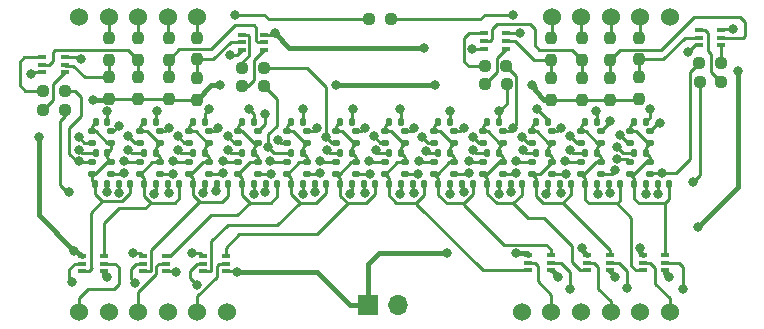
<source format=gbr>
%TF.GenerationSoftware,KiCad,Pcbnew,7.99.0-3564-gbeb917e572-dirty*%
%TF.CreationDate,2023-11-16T20:45:22+00:00*%
%TF.ProjectId,VFD Replacement,56464420-5265-4706-9c61-63656d656e74,rev?*%
%TF.SameCoordinates,Original*%
%TF.FileFunction,Copper,L1,Top*%
%TF.FilePolarity,Positive*%
%FSLAX46Y46*%
G04 Gerber Fmt 4.6, Leading zero omitted, Abs format (unit mm)*
G04 Created by KiCad (PCBNEW 7.99.0-3564-gbeb917e572-dirty) date 2023-11-16 20:45:22*
%MOMM*%
%LPD*%
G01*
G04 APERTURE LIST*
G04 Aperture macros list*
%AMRoundRect*
0 Rectangle with rounded corners*
0 $1 Rounding radius*
0 $2 $3 $4 $5 $6 $7 $8 $9 X,Y pos of 4 corners*
0 Add a 4 corners polygon primitive as box body*
4,1,4,$2,$3,$4,$5,$6,$7,$8,$9,$2,$3,0*
0 Add four circle primitives for the rounded corners*
1,1,$1+$1,$2,$3*
1,1,$1+$1,$4,$5*
1,1,$1+$1,$6,$7*
1,1,$1+$1,$8,$9*
0 Add four rect primitives between the rounded corners*
20,1,$1+$1,$2,$3,$4,$5,0*
20,1,$1+$1,$4,$5,$6,$7,0*
20,1,$1+$1,$6,$7,$8,$9,0*
20,1,$1+$1,$8,$9,$2,$3,0*%
G04 Aperture macros list end*
%TA.AperFunction,SMDPad,CuDef*%
%ADD10RoundRect,0.147500X0.147500X0.172500X-0.147500X0.172500X-0.147500X-0.172500X0.147500X-0.172500X0*%
%TD*%
%TA.AperFunction,SMDPad,CuDef*%
%ADD11RoundRect,0.147500X-0.172500X0.147500X-0.172500X-0.147500X0.172500X-0.147500X0.172500X0.147500X0*%
%TD*%
%TA.AperFunction,SMDPad,CuDef*%
%ADD12R,0.650000X0.400000*%
%TD*%
%TA.AperFunction,SMDPad,CuDef*%
%ADD13RoundRect,0.147500X-0.147500X-0.172500X0.147500X-0.172500X0.147500X0.172500X-0.147500X0.172500X0*%
%TD*%
%TA.AperFunction,SMDPad,CuDef*%
%ADD14RoundRect,0.237500X0.250000X0.237500X-0.250000X0.237500X-0.250000X-0.237500X0.250000X-0.237500X0*%
%TD*%
%TA.AperFunction,SMDPad,CuDef*%
%ADD15RoundRect,0.237500X0.237500X-0.250000X0.237500X0.250000X-0.237500X0.250000X-0.237500X-0.250000X0*%
%TD*%
%TA.AperFunction,ComponentPad*%
%ADD16C,1.524000*%
%TD*%
%TA.AperFunction,SMDPad,CuDef*%
%ADD17RoundRect,0.147500X0.172500X-0.147500X0.172500X0.147500X-0.172500X0.147500X-0.172500X-0.147500X0*%
%TD*%
%TA.AperFunction,SMDPad,CuDef*%
%ADD18RoundRect,0.237500X-0.250000X-0.237500X0.250000X-0.237500X0.250000X0.237500X-0.250000X0.237500X0*%
%TD*%
%TA.AperFunction,ComponentPad*%
%ADD19R,1.700000X1.700000*%
%TD*%
%TA.AperFunction,ComponentPad*%
%ADD20O,1.700000X1.700000*%
%TD*%
%TA.AperFunction,SMDPad,CuDef*%
%ADD21RoundRect,0.237500X-0.237500X0.250000X-0.237500X-0.250000X0.237500X-0.250000X0.237500X0.250000X0*%
%TD*%
%TA.AperFunction,ViaPad*%
%ADD22C,0.800000*%
%TD*%
%TA.AperFunction,Conductor*%
%ADD23C,0.400000*%
%TD*%
%TA.AperFunction,Conductor*%
%ADD24C,0.250000*%
%TD*%
G04 APERTURE END LIST*
D10*
%TO.P,D20,1,K*%
%TO.N,/G3s*%
X142662500Y-55700000D03*
%TO.P,D20,2,A*%
%TO.N,/Gs*%
X141692500Y-55700000D03*
%TD*%
D11*
%TO.P,D65,1,K*%
%TO.N,/G9s*%
X166250000Y-53900000D03*
%TO.P,D65,2,A*%
%TO.N,/Fs*%
X166250000Y-54870000D03*
%TD*%
D12*
%TO.P,Q5,1,E1*%
%TO.N,-27V*%
X139350000Y-65750000D03*
%TO.P,Q5,2,B1*%
%TO.N,/G3*%
X139350000Y-65100000D03*
%TO.P,Q5,3,C2*%
%TO.N,/G4s*%
X139350000Y-64450000D03*
%TO.P,Q5,4,E2*%
%TO.N,-27V*%
X137450000Y-64450000D03*
%TO.P,Q5,5,B2*%
%TO.N,/G4*%
X137450000Y-65100000D03*
%TO.P,Q5,6,C1*%
%TO.N,/G3s*%
X137450000Y-65750000D03*
%TD*%
D11*
%TO.P,D47,1,K*%
%TO.N,/G6s*%
X155450000Y-56515000D03*
%TO.P,D47,2,A*%
%TO.N,/Cs*%
X155450000Y-57485000D03*
%TD*%
D10*
%TO.P,D32,1,K*%
%TO.N,/G4s*%
X148795000Y-58325000D03*
%TO.P,D32,2,A*%
%TO.N,/DPs*%
X147825000Y-58325000D03*
%TD*%
D13*
%TO.P,D21,1,K*%
%TO.N,/G3s*%
X141682500Y-58325000D03*
%TO.P,D21,2,A*%
%TO.N,/Ds*%
X142652500Y-58325000D03*
%TD*%
D14*
%TO.P,R18,2*%
%TO.N,Net-(Q7B-E2)*%
X166387500Y-48400000D03*
%TO.P,R18,1*%
%TO.N,/Bs*%
X168212500Y-48400000D03*
%TD*%
D13*
%TO.P,D1,1,K*%
%TO.N,/G1s*%
X133425000Y-53075000D03*
%TO.P,D1,2,A*%
%TO.N,/As*%
X134395000Y-53075000D03*
%TD*%
D15*
%TO.P,R1,1*%
%TO.N,Net-(Q7A-B1)*%
X172000000Y-47825000D03*
%TO.P,R1,2*%
%TO.N,/A*%
X172000000Y-46000000D03*
%TD*%
D13*
%TO.P,D35,1,K*%
%TO.N,/G5s*%
X149992500Y-53075000D03*
%TO.P,D35,2,A*%
%TO.N,/As*%
X150962500Y-53075000D03*
%TD*%
D16*
%TO.P,J3,1,Pin_1*%
%TO.N,/G1*%
X132028196Y-69200000D03*
%TO.P,J3,2,Pin_2*%
%TO.N,/G2*%
X134528196Y-69200000D03*
%TO.P,J3,3,Pin_3*%
%TO.N,/G3*%
X137028196Y-69200000D03*
%TO.P,J3,4,Pin_4*%
%TO.N,/G4*%
X139528196Y-69200000D03*
%TO.P,J3,5,Pin_5*%
%TO.N,/G5*%
X142028196Y-69200000D03*
%TO.P,J3,6,Pin_6*%
%TO.N,/G6*%
X144528196Y-69200000D03*
%TD*%
D17*
%TO.P,D34,1,K*%
%TO.N,/G5s*%
X149650000Y-57485000D03*
%TO.P,D34,2,A*%
%TO.N,/Es*%
X149650000Y-56515000D03*
%TD*%
D10*
%TO.P,D64,1,K*%
%TO.N,/G8s*%
X165395000Y-58325000D03*
%TO.P,D64,2,A*%
%TO.N,/DPs*%
X164425000Y-58325000D03*
%TD*%
D14*
%TO.P,R21,2*%
%TO.N,Net-(Q9A-E1)*%
X128975000Y-52050000D03*
%TO.P,R21,1*%
%TO.N,/Ds*%
X130800000Y-52050000D03*
%TD*%
D10*
%TO.P,D80,1,K*%
%TO.N,/G10s*%
X173695000Y-58325000D03*
%TO.P,D80,2,A*%
%TO.N,/DPs*%
X172725000Y-58325000D03*
%TD*%
D15*
%TO.P,R12,1*%
%TO.N,-27V*%
X179400000Y-51112500D03*
%TO.P,R12,2*%
%TO.N,Net-(Q8B-B2)*%
X179400000Y-49287500D03*
%TD*%
D12*
%TO.P,Q4,1,E1*%
%TO.N,-27V*%
X181650000Y-65650000D03*
%TO.P,Q4,2,B1*%
%TO.N,/G11*%
X181650000Y-65000000D03*
%TO.P,Q4,3,C2*%
%TO.N,/G12s*%
X181650000Y-64350000D03*
%TO.P,Q4,4,E2*%
%TO.N,-27V*%
X179750000Y-64350000D03*
%TO.P,Q4,5,B2*%
%TO.N,/G12*%
X179750000Y-65000000D03*
%TO.P,Q4,6,C1*%
%TO.N,/G11s*%
X179750000Y-65650000D03*
%TD*%
D17*
%TO.P,D46,1,K*%
%TO.N,/G6s*%
X155450000Y-54870000D03*
%TO.P,D46,2,A*%
%TO.N,/Bs*%
X155450000Y-53900000D03*
%TD*%
D11*
%TO.P,D33,1,K*%
%TO.N,/G5s*%
X149650000Y-53900000D03*
%TO.P,D33,2,A*%
%TO.N,/Fs*%
X149650000Y-54870000D03*
%TD*%
%TO.P,D41,1,K*%
%TO.N,/G6s*%
X153800000Y-53900000D03*
%TO.P,D41,2,A*%
%TO.N,/Fs*%
X153800000Y-54870000D03*
%TD*%
D12*
%TO.P,Q7,6,C1*%
%TO.N,+22V*%
X166312500Y-46900000D03*
%TO.P,Q7,5,B2*%
%TO.N,Net-(Q7B-B2)*%
X166312500Y-46250000D03*
%TO.P,Q7,4,E2*%
%TO.N,Net-(Q7B-E2)*%
X166312500Y-45600000D03*
%TO.P,Q7,3,C2*%
%TO.N,+22V*%
X168212500Y-45600000D03*
%TO.P,Q7,2,B1*%
%TO.N,Net-(Q7A-B1)*%
X168212500Y-46250000D03*
%TO.P,Q7,1,E1*%
%TO.N,Net-(Q7A-E1)*%
X168212500Y-46900000D03*
%TD*%
D10*
%TO.P,D24,1,K*%
%TO.N,/G3s*%
X144645000Y-58325000D03*
%TO.P,D24,2,A*%
%TO.N,/DPs*%
X143675000Y-58325000D03*
%TD*%
D13*
%TO.P,D83,1,K*%
%TO.N,/G11s*%
X174892500Y-53075000D03*
%TO.P,D83,2,A*%
%TO.N,/As*%
X175862500Y-53075000D03*
%TD*%
D18*
%TO.P,R20,1*%
%TO.N,/DPs*%
X184575000Y-49700000D03*
%TO.P,R20,2*%
%TO.N,Net-(Q8B-E2)*%
X186400000Y-49700000D03*
%TD*%
D13*
%TO.P,D19,1,K*%
%TO.N,/G3s*%
X141692500Y-53075000D03*
%TO.P,D19,2,A*%
%TO.N,/As*%
X142662500Y-53075000D03*
%TD*%
D11*
%TO.P,D55,1,K*%
%TO.N,/G7s*%
X159600000Y-56515000D03*
%TO.P,D55,2,A*%
%TO.N,/Cs*%
X159600000Y-57485000D03*
%TD*%
D17*
%TO.P,D70,1,K*%
%TO.N,/G9s*%
X167900000Y-54870000D03*
%TO.P,D70,2,A*%
%TO.N,/Bs*%
X167900000Y-53900000D03*
%TD*%
D10*
%TO.P,D52,1,K*%
%TO.N,/G7s*%
X159262500Y-55700000D03*
%TO.P,D52,2,A*%
%TO.N,/Gs*%
X158292500Y-55700000D03*
%TD*%
D11*
%TO.P,D79,1,K*%
%TO.N,/G10s*%
X172050000Y-56515000D03*
%TO.P,D79,2,A*%
%TO.N,/Cs*%
X172050000Y-57485000D03*
%TD*%
D10*
%TO.P,D56,1,K*%
%TO.N,/G7s*%
X161245000Y-58325000D03*
%TO.P,D56,2,A*%
%TO.N,/DPs*%
X160275000Y-58325000D03*
%TD*%
D15*
%TO.P,R10,1*%
%TO.N,-27V*%
X174600000Y-51200000D03*
%TO.P,R10,2*%
%TO.N,Net-(Q7B-B2)*%
X174600000Y-49375000D03*
%TD*%
%TO.P,R11,1*%
%TO.N,-27V*%
X177000000Y-51225000D03*
%TO.P,R11,2*%
%TO.N,Net-(Q8A-B1)*%
X177000000Y-49400000D03*
%TD*%
D10*
%TO.P,D40,1,K*%
%TO.N,/G5s*%
X152945000Y-58325000D03*
%TO.P,D40,2,A*%
%TO.N,/DPs*%
X151975000Y-58325000D03*
%TD*%
D17*
%TO.P,D6,1,K*%
%TO.N,/G1s*%
X134732500Y-54870000D03*
%TO.P,D6,2,A*%
%TO.N,/Bs*%
X134732500Y-53900000D03*
%TD*%
D11*
%TO.P,D31,1,K*%
%TO.N,/G4s*%
X147150000Y-56515000D03*
%TO.P,D31,2,A*%
%TO.N,/Cs*%
X147150000Y-57485000D03*
%TD*%
D14*
%TO.P,R24,2*%
%TO.N,Net-(Q10B-E2)*%
X145837500Y-50037500D03*
%TO.P,R24,1*%
%TO.N,/Gs*%
X147662500Y-50037500D03*
%TD*%
D12*
%TO.P,Q6,1,E1*%
%TO.N,-27V*%
X176950000Y-65650000D03*
%TO.P,Q6,2,B1*%
%TO.N,/G9*%
X176950000Y-65000000D03*
%TO.P,Q6,3,C2*%
%TO.N,/G10s*%
X176950000Y-64350000D03*
%TO.P,Q6,4,E2*%
%TO.N,-27V*%
X175050000Y-64350000D03*
%TO.P,Q6,5,B2*%
%TO.N,/G10*%
X175050000Y-65000000D03*
%TO.P,Q6,6,C1*%
%TO.N,/G9s*%
X175050000Y-65650000D03*
%TD*%
D11*
%TO.P,D73,1,K*%
%TO.N,/G10s*%
X170400000Y-53900000D03*
%TO.P,D73,2,A*%
%TO.N,/Fs*%
X170400000Y-54870000D03*
%TD*%
D13*
%TO.P,D75,1,K*%
%TO.N,/G10s*%
X170742500Y-53075000D03*
%TO.P,D75,2,A*%
%TO.N,/As*%
X171712500Y-53075000D03*
%TD*%
%TO.P,D59,1,K*%
%TO.N,/G8s*%
X162442500Y-53075000D03*
%TO.P,D59,2,A*%
%TO.N,/As*%
X163412500Y-53075000D03*
%TD*%
D17*
%TO.P,D30,1,K*%
%TO.N,/G4s*%
X147150000Y-54870000D03*
%TO.P,D30,2,A*%
%TO.N,/Bs*%
X147150000Y-53900000D03*
%TD*%
D11*
%TO.P,D71,1,K*%
%TO.N,/G9s*%
X167900000Y-56515000D03*
%TO.P,D71,2,A*%
%TO.N,/Cs*%
X167900000Y-57485000D03*
%TD*%
D17*
%TO.P,D42,1,K*%
%TO.N,/G6s*%
X153800000Y-57485000D03*
%TO.P,D42,2,A*%
%TO.N,/Es*%
X153800000Y-56515000D03*
%TD*%
D10*
%TO.P,D12,1,K*%
%TO.N,/G2s*%
X138512500Y-55700000D03*
%TO.P,D12,2,A*%
%TO.N,/Gs*%
X137542500Y-55700000D03*
%TD*%
%TO.P,D36,1,K*%
%TO.N,/G5s*%
X150962500Y-55700000D03*
%TO.P,D36,2,A*%
%TO.N,/Gs*%
X149992500Y-55700000D03*
%TD*%
D17*
%TO.P,D86,1,K*%
%TO.N,/G11s*%
X176200000Y-54870000D03*
%TO.P,D86,2,A*%
%TO.N,/Bs*%
X176200000Y-53900000D03*
%TD*%
D11*
%TO.P,D25,1,K*%
%TO.N,/G4s*%
X145500000Y-53900000D03*
%TO.P,D25,2,A*%
%TO.N,/Fs*%
X145500000Y-54870000D03*
%TD*%
D17*
%TO.P,D10,1,K*%
%TO.N,/G2s*%
X137200000Y-57485000D03*
%TO.P,D10,2,A*%
%TO.N,/Es*%
X137200000Y-56515000D03*
%TD*%
D13*
%TO.P,D13,1,K*%
%TO.N,/G2s*%
X137532500Y-58325000D03*
%TO.P,D13,2,A*%
%TO.N,/Ds*%
X138502500Y-58325000D03*
%TD*%
D17*
%TO.P,D74,1,K*%
%TO.N,/G10s*%
X170400000Y-57485000D03*
%TO.P,D74,2,A*%
%TO.N,/Es*%
X170400000Y-56515000D03*
%TD*%
D16*
%TO.P,J1,5,Pin_5*%
%TO.N,/F*%
X142028196Y-44200000D03*
%TO.P,J1,4,Pin_4*%
%TO.N,/G*%
X139528196Y-44200000D03*
%TO.P,J1,3,Pin_3*%
%TO.N,/E*%
X137028196Y-44200000D03*
%TO.P,J1,2,Pin_2*%
%TO.N,/D*%
X134528196Y-44200000D03*
%TO.P,J1,1,Pin_1*%
%TO.N,/Fil A*%
X132028196Y-44200000D03*
%TD*%
D17*
%TO.P,D18,1,K*%
%TO.N,/G3s*%
X141350000Y-57485000D03*
%TO.P,D18,2,A*%
%TO.N,/Es*%
X141350000Y-56515000D03*
%TD*%
D10*
%TO.P,D8,1,K*%
%TO.N,/G1s*%
X136352500Y-58325000D03*
%TO.P,D8,2,A*%
%TO.N,/DPs*%
X135382500Y-58325000D03*
%TD*%
D15*
%TO.P,R9,1*%
%TO.N,-27V*%
X172000000Y-51200000D03*
%TO.P,R9,2*%
%TO.N,Net-(Q7A-B1)*%
X172000000Y-49375000D03*
%TD*%
D13*
%TO.P,D69,1,K*%
%TO.N,/G9s*%
X166582500Y-58325000D03*
%TO.P,D69,2,A*%
%TO.N,/Ds*%
X167552500Y-58325000D03*
%TD*%
D10*
%TO.P,D84,1,K*%
%TO.N,/G11s*%
X175862500Y-55700000D03*
%TO.P,D84,2,A*%
%TO.N,/Gs*%
X174892500Y-55700000D03*
%TD*%
%TO.P,D68,1,K*%
%TO.N,/G9s*%
X167562500Y-55700000D03*
%TO.P,D68,2,A*%
%TO.N,/Gs*%
X166592500Y-55700000D03*
%TD*%
D19*
%TO.P,J5,1,Pin_1*%
%TO.N,-27V*%
X156460000Y-68600000D03*
D20*
%TO.P,J5,2,Pin_2*%
%TO.N,+22V*%
X159000000Y-68600000D03*
%TD*%
D21*
%TO.P,R5,1*%
%TO.N,/D*%
X134600000Y-46000000D03*
%TO.P,R5,2*%
%TO.N,Net-(Q9A-B1)*%
X134600000Y-47825000D03*
%TD*%
D10*
%TO.P,D60,1,K*%
%TO.N,/G8s*%
X163412500Y-55700000D03*
%TO.P,D60,2,A*%
%TO.N,/Gs*%
X162442500Y-55700000D03*
%TD*%
D16*
%TO.P,J4,1,Pin_1*%
%TO.N,/G7*%
X169525000Y-69200000D03*
%TO.P,J4,2,Pin_2*%
%TO.N,/G8*%
X172025000Y-69200000D03*
%TO.P,J4,3,Pin_3*%
%TO.N,/G9*%
X174525000Y-69200000D03*
%TO.P,J4,4,Pin_4*%
%TO.N,/G10*%
X177025000Y-69200000D03*
%TO.P,J4,5,Pin_5*%
%TO.N,/G11*%
X179525000Y-69200000D03*
%TO.P,J4,6,Pin_6*%
%TO.N,/G12*%
X182025000Y-69200000D03*
%TD*%
D10*
%TO.P,D88,1,K*%
%TO.N,/G11s*%
X177845000Y-58325000D03*
%TO.P,D88,2,A*%
%TO.N,/DPs*%
X176875000Y-58325000D03*
%TD*%
D12*
%TO.P,Q1,1,E1*%
%TO.N,-27V*%
X134150000Y-65750000D03*
%TO.P,Q1,2,B1*%
%TO.N,/G1*%
X134150000Y-65100000D03*
%TO.P,Q1,3,C2*%
%TO.N,/G2s*%
X134150000Y-64450000D03*
%TO.P,Q1,4,E2*%
%TO.N,-27V*%
X132250000Y-64450000D03*
%TO.P,Q1,5,B2*%
%TO.N,/G2*%
X132250000Y-65100000D03*
%TO.P,Q1,6,C1*%
%TO.N,/G1s*%
X132250000Y-65750000D03*
%TD*%
D10*
%TO.P,D44,1,K*%
%TO.N,/G6s*%
X155112500Y-55700000D03*
%TO.P,D44,2,A*%
%TO.N,/Gs*%
X154142500Y-55700000D03*
%TD*%
D11*
%TO.P,D7,1,K*%
%TO.N,/G1s*%
X134732500Y-56515000D03*
%TO.P,D7,2,A*%
%TO.N,/Cs*%
X134732500Y-57485000D03*
%TD*%
D17*
%TO.P,D50,1,K*%
%TO.N,/G7s*%
X157950000Y-57485000D03*
%TO.P,D50,2,A*%
%TO.N,/Es*%
X157950000Y-56515000D03*
%TD*%
%TO.P,D58,1,K*%
%TO.N,/G8s*%
X162100000Y-57485000D03*
%TO.P,D58,2,A*%
%TO.N,/Es*%
X162100000Y-56515000D03*
%TD*%
D13*
%TO.P,D85,1,K*%
%TO.N,/G11s*%
X174882500Y-58325000D03*
%TO.P,D85,2,A*%
%TO.N,/Ds*%
X175852500Y-58325000D03*
%TD*%
%TO.P,D91,1,K*%
%TO.N,/G12s*%
X179042500Y-53075000D03*
%TO.P,D91,2,A*%
%TO.N,/As*%
X180012500Y-53075000D03*
%TD*%
%TO.P,D61,1,K*%
%TO.N,/G8s*%
X162432500Y-58325000D03*
%TO.P,D61,2,A*%
%TO.N,/Ds*%
X163402500Y-58325000D03*
%TD*%
D10*
%TO.P,D5,1,K*%
%TO.N,/G1s*%
X134395000Y-55700000D03*
%TO.P,D5,2,A*%
%TO.N,/Gs*%
X133425000Y-55700000D03*
%TD*%
D21*
%TO.P,R3,1*%
%TO.N,/C*%
X177000000Y-46000000D03*
%TO.P,R3,2*%
%TO.N,Net-(Q8A-B1)*%
X177000000Y-47825000D03*
%TD*%
D12*
%TO.P,Q8,1,E1*%
%TO.N,Net-(Q8A-E1)*%
X186375000Y-46600000D03*
%TO.P,Q8,2,B1*%
%TO.N,Net-(Q8A-B1)*%
X186375000Y-45950000D03*
%TO.P,Q8,3,C2*%
%TO.N,+22V*%
X186375000Y-45300000D03*
%TO.P,Q8,4,E2*%
%TO.N,Net-(Q8B-E2)*%
X184475000Y-45300000D03*
%TO.P,Q8,5,B2*%
%TO.N,Net-(Q8B-B2)*%
X184475000Y-45950000D03*
%TO.P,Q8,6,C1*%
%TO.N,+22V*%
X184475000Y-46600000D03*
%TD*%
D17*
%TO.P,D3,1,K*%
%TO.N,/G1s*%
X133082500Y-57485000D03*
%TO.P,D3,2,A*%
%TO.N,/Es*%
X133082500Y-56515000D03*
%TD*%
D13*
%TO.P,D77,1,K*%
%TO.N,/G10s*%
X170732500Y-58325000D03*
%TO.P,D77,2,A*%
%TO.N,/Ds*%
X171702500Y-58325000D03*
%TD*%
D11*
%TO.P,D81,1,K*%
%TO.N,/G11s*%
X174550000Y-53900000D03*
%TO.P,D81,2,A*%
%TO.N,/Fs*%
X174550000Y-54870000D03*
%TD*%
D12*
%TO.P,Q10,1,E1*%
%TO.N,Net-(Q10A-E1)*%
X145800000Y-45700000D03*
%TO.P,Q10,2,B1*%
%TO.N,Net-(Q10A-B1)*%
X145800000Y-46350000D03*
%TO.P,Q10,3,C2*%
%TO.N,+22V*%
X145800000Y-47000000D03*
%TO.P,Q10,4,E2*%
%TO.N,Net-(Q10B-E2)*%
X147700000Y-47000000D03*
%TO.P,Q10,5,B2*%
%TO.N,Net-(Q10B-B2)*%
X147700000Y-46350000D03*
%TO.P,Q10,6,C1*%
%TO.N,+22V*%
X147700000Y-45700000D03*
%TD*%
D17*
%TO.P,D54,1,K*%
%TO.N,/G7s*%
X159600000Y-54870000D03*
%TO.P,D54,2,A*%
%TO.N,/Bs*%
X159600000Y-53900000D03*
%TD*%
D11*
%TO.P,D49,1,K*%
%TO.N,/G7s*%
X157950000Y-53900000D03*
%TO.P,D49,2,A*%
%TO.N,/Fs*%
X157950000Y-54870000D03*
%TD*%
D12*
%TO.P,Q2,1,E1*%
%TO.N,-27V*%
X144450000Y-65750000D03*
%TO.P,Q2,2,B1*%
%TO.N,/G5*%
X144450000Y-65100000D03*
%TO.P,Q2,3,C2*%
%TO.N,/G6s*%
X144450000Y-64450000D03*
%TO.P,Q2,4,E2*%
%TO.N,-27V*%
X142550000Y-64450000D03*
%TO.P,Q2,5,B2*%
%TO.N,/G6*%
X142550000Y-65100000D03*
%TO.P,Q2,6,C1*%
%TO.N,/G5s*%
X142550000Y-65750000D03*
%TD*%
D16*
%TO.P,J2,5,Pin_5*%
%TO.N,/Fil B*%
X182028196Y-44200000D03*
%TO.P,J2,4,Pin_4*%
%TO.N,/DP*%
X179528196Y-44200000D03*
%TO.P,J2,3,Pin_3*%
%TO.N,/C*%
X177028196Y-44200000D03*
%TO.P,J2,2,Pin_2*%
%TO.N,/B*%
X174528196Y-44200000D03*
%TO.P,J2,1,Pin_1*%
%TO.N,/A*%
X172028196Y-44200000D03*
%TD*%
D13*
%TO.P,D93,1,K*%
%TO.N,/G12s*%
X179032500Y-58325000D03*
%TO.P,D93,2,A*%
%TO.N,/Ds*%
X180002500Y-58325000D03*
%TD*%
D12*
%TO.P,Q9,6,C1*%
%TO.N,+22V*%
X128900000Y-48900000D03*
%TO.P,Q9,5,B2*%
%TO.N,Net-(Q9B-B2)*%
X128900000Y-48250000D03*
%TO.P,Q9,4,E2*%
%TO.N,Net-(Q9B-E2)*%
X128900000Y-47600000D03*
%TO.P,Q9,3,C2*%
%TO.N,+22V*%
X130800000Y-47600000D03*
%TO.P,Q9,2,B1*%
%TO.N,Net-(Q9A-B1)*%
X130800000Y-48250000D03*
%TO.P,Q9,1,E1*%
%TO.N,Net-(Q9A-E1)*%
X130800000Y-48900000D03*
%TD*%
D11*
%TO.P,D87,1,K*%
%TO.N,/G11s*%
X176200000Y-56515000D03*
%TO.P,D87,2,A*%
%TO.N,/Cs*%
X176200000Y-57485000D03*
%TD*%
D17*
%TO.P,D14,1,K*%
%TO.N,/G2s*%
X138850000Y-54870000D03*
%TO.P,D14,2,A*%
%TO.N,/Bs*%
X138850000Y-53900000D03*
%TD*%
D13*
%TO.P,D43,1,K*%
%TO.N,/G6s*%
X154142500Y-53075000D03*
%TO.P,D43,2,A*%
%TO.N,/As*%
X155112500Y-53075000D03*
%TD*%
%TO.P,D67,1,K*%
%TO.N,/G9s*%
X166592500Y-53075000D03*
%TO.P,D67,2,A*%
%TO.N,/As*%
X167562500Y-53075000D03*
%TD*%
%TO.P,D51,1,K*%
%TO.N,/G7s*%
X158292500Y-53075000D03*
%TO.P,D51,2,A*%
%TO.N,/As*%
X159262500Y-53075000D03*
%TD*%
D17*
%TO.P,D82,1,K*%
%TO.N,/G11s*%
X174550000Y-57485000D03*
%TO.P,D82,2,A*%
%TO.N,/Es*%
X174550000Y-56515000D03*
%TD*%
D14*
%TO.P,R22,2*%
%TO.N,Net-(Q9B-E2)*%
X128975000Y-50450000D03*
%TO.P,R22,1*%
%TO.N,/Es*%
X130800000Y-50450000D03*
%TD*%
D11*
%TO.P,D63,1,K*%
%TO.N,/G8s*%
X163750000Y-56515000D03*
%TO.P,D63,2,A*%
%TO.N,/Cs*%
X163750000Y-57485000D03*
%TD*%
%TO.P,D89,1,K*%
%TO.N,/G12s*%
X178700000Y-53900000D03*
%TO.P,D89,2,A*%
%TO.N,/Fs*%
X178700000Y-54870000D03*
%TD*%
D13*
%TO.P,D27,1,K*%
%TO.N,/G4s*%
X145842500Y-53075000D03*
%TO.P,D27,2,A*%
%TO.N,/As*%
X146812500Y-53075000D03*
%TD*%
%TO.P,D4,1,K*%
%TO.N,/G1s*%
X133415000Y-58325000D03*
%TO.P,D4,2,A*%
%TO.N,/Ds*%
X134385000Y-58325000D03*
%TD*%
D17*
%TO.P,D62,1,K*%
%TO.N,/G8s*%
X163750000Y-54870000D03*
%TO.P,D62,2,A*%
%TO.N,/Bs*%
X163750000Y-53900000D03*
%TD*%
D10*
%TO.P,D96,1,K*%
%TO.N,/G12s*%
X181995000Y-58325000D03*
%TO.P,D96,2,A*%
%TO.N,/DPs*%
X181025000Y-58325000D03*
%TD*%
%TO.P,D48,1,K*%
%TO.N,/G6s*%
X157095000Y-58325000D03*
%TO.P,D48,2,A*%
%TO.N,/DPs*%
X156125000Y-58325000D03*
%TD*%
D12*
%TO.P,Q3,1,E1*%
%TO.N,-27V*%
X171950000Y-65650000D03*
%TO.P,Q3,2,B1*%
%TO.N,/G7*%
X171950000Y-65000000D03*
%TO.P,Q3,3,C2*%
%TO.N,/G8s*%
X171950000Y-64350000D03*
%TO.P,Q3,4,E2*%
%TO.N,-27V*%
X170050000Y-64350000D03*
%TO.P,Q3,5,B2*%
%TO.N,/G8*%
X170050000Y-65000000D03*
%TO.P,Q3,6,C1*%
%TO.N,/G7s*%
X170050000Y-65650000D03*
%TD*%
D15*
%TO.P,R15,1*%
%TO.N,-27V*%
X142000000Y-51225000D03*
%TO.P,R15,2*%
%TO.N,Net-(Q10A-B1)*%
X142000000Y-49400000D03*
%TD*%
D21*
%TO.P,R7,1*%
%TO.N,/F*%
X142000000Y-45975000D03*
%TO.P,R7,2*%
%TO.N,Net-(Q10A-B1)*%
X142000000Y-47800000D03*
%TD*%
D13*
%TO.P,D29,1,K*%
%TO.N,/G4s*%
X145832500Y-58325000D03*
%TO.P,D29,2,A*%
%TO.N,/Ds*%
X146802500Y-58325000D03*
%TD*%
D11*
%TO.P,D9,1,K*%
%TO.N,/G2s*%
X137200000Y-53900000D03*
%TO.P,D9,2,A*%
%TO.N,/Fs*%
X137200000Y-54870000D03*
%TD*%
D14*
%TO.P,R25,1*%
%TO.N,/Fil B*%
X158400000Y-44400000D03*
%TO.P,R25,2*%
%TO.N,/Fil A*%
X156575000Y-44400000D03*
%TD*%
D11*
%TO.P,D17,1,K*%
%TO.N,/G3s*%
X141350000Y-53900000D03*
%TO.P,D17,2,A*%
%TO.N,/Fs*%
X141350000Y-54870000D03*
%TD*%
D14*
%TO.P,R17,2*%
%TO.N,Net-(Q7A-E1)*%
X166400000Y-49900000D03*
%TO.P,R17,1*%
%TO.N,/As*%
X168225000Y-49900000D03*
%TD*%
D18*
%TO.P,R19,1*%
%TO.N,/Cs*%
X184550000Y-48100000D03*
%TO.P,R19,2*%
%TO.N,Net-(Q8A-E1)*%
X186375000Y-48100000D03*
%TD*%
D15*
%TO.P,R14,1*%
%TO.N,-27V*%
X137000000Y-51112500D03*
%TO.P,R14,2*%
%TO.N,Net-(Q9B-B2)*%
X137000000Y-49287500D03*
%TD*%
D21*
%TO.P,R8,1*%
%TO.N,/G*%
X139600000Y-46000000D03*
%TO.P,R8,2*%
%TO.N,Net-(Q10B-B2)*%
X139600000Y-47825000D03*
%TD*%
D17*
%TO.P,D26,1,K*%
%TO.N,/G4s*%
X145500000Y-57485000D03*
%TO.P,D26,2,A*%
%TO.N,/Es*%
X145500000Y-56515000D03*
%TD*%
D14*
%TO.P,R23,2*%
%TO.N,Net-(Q10A-E1)*%
X145837500Y-48537500D03*
%TO.P,R23,1*%
%TO.N,/Fs*%
X147662500Y-48537500D03*
%TD*%
D17*
%TO.P,D78,1,K*%
%TO.N,/G10s*%
X172050000Y-54870000D03*
%TO.P,D78,2,A*%
%TO.N,/Bs*%
X172050000Y-53900000D03*
%TD*%
D11*
%TO.P,D57,1,K*%
%TO.N,/G8s*%
X162100000Y-53900000D03*
%TO.P,D57,2,A*%
%TO.N,/Fs*%
X162100000Y-54870000D03*
%TD*%
D17*
%TO.P,D66,1,K*%
%TO.N,/G9s*%
X166250000Y-57485000D03*
%TO.P,D66,2,A*%
%TO.N,/Es*%
X166250000Y-56515000D03*
%TD*%
D15*
%TO.P,R13,1*%
%TO.N,-27V*%
X134600000Y-51112500D03*
%TO.P,R13,2*%
%TO.N,Net-(Q9A-B1)*%
X134600000Y-49287500D03*
%TD*%
%TO.P,R16,1*%
%TO.N,-27V*%
X139600000Y-51112500D03*
%TO.P,R16,2*%
%TO.N,Net-(Q10B-B2)*%
X139600000Y-49287500D03*
%TD*%
D17*
%TO.P,D94,1,K*%
%TO.N,/G12s*%
X180350000Y-54870000D03*
%TO.P,D94,2,A*%
%TO.N,/Bs*%
X180350000Y-53900000D03*
%TD*%
D11*
%TO.P,D15,1,K*%
%TO.N,/G2s*%
X138850000Y-56515000D03*
%TO.P,D15,2,A*%
%TO.N,/Cs*%
X138850000Y-57485000D03*
%TD*%
D10*
%TO.P,D72,1,K*%
%TO.N,/G9s*%
X169545000Y-58325000D03*
%TO.P,D72,2,A*%
%TO.N,/DPs*%
X168575000Y-58325000D03*
%TD*%
%TO.P,D76,1,K*%
%TO.N,/G10s*%
X171712500Y-55700000D03*
%TO.P,D76,2,A*%
%TO.N,/Gs*%
X170742500Y-55700000D03*
%TD*%
D21*
%TO.P,R6,1*%
%TO.N,/E*%
X137000000Y-46000000D03*
%TO.P,R6,2*%
%TO.N,Net-(Q9B-B2)*%
X137000000Y-47825000D03*
%TD*%
D10*
%TO.P,D92,1,K*%
%TO.N,/G12s*%
X180012500Y-55700000D03*
%TO.P,D92,2,A*%
%TO.N,/Gs*%
X179042500Y-55700000D03*
%TD*%
D11*
%TO.P,D39,1,K*%
%TO.N,/G5s*%
X151300000Y-56515000D03*
%TO.P,D39,2,A*%
%TO.N,/Cs*%
X151300000Y-57485000D03*
%TD*%
D13*
%TO.P,D53,1,K*%
%TO.N,/G7s*%
X158282500Y-58325000D03*
%TO.P,D53,2,A*%
%TO.N,/Ds*%
X159252500Y-58325000D03*
%TD*%
D21*
%TO.P,R2,1*%
%TO.N,/B*%
X174600000Y-46000000D03*
%TO.P,R2,2*%
%TO.N,Net-(Q7B-B2)*%
X174600000Y-47825000D03*
%TD*%
D10*
%TO.P,D28,1,K*%
%TO.N,/G4s*%
X146812500Y-55700000D03*
%TO.P,D28,2,A*%
%TO.N,/Gs*%
X145842500Y-55700000D03*
%TD*%
D17*
%TO.P,D38,1,K*%
%TO.N,/G5s*%
X151300000Y-54870000D03*
%TO.P,D38,2,A*%
%TO.N,/Bs*%
X151300000Y-53900000D03*
%TD*%
D11*
%TO.P,D2,1,K*%
%TO.N,/G1s*%
X133082500Y-53900000D03*
%TO.P,D2,2,A*%
%TO.N,/Fs*%
X133082500Y-54870000D03*
%TD*%
D13*
%TO.P,D37,1,K*%
%TO.N,/G5s*%
X149982500Y-58325000D03*
%TO.P,D37,2,A*%
%TO.N,/Ds*%
X150952500Y-58325000D03*
%TD*%
D11*
%TO.P,D95,1,K*%
%TO.N,/G12s*%
X180350000Y-56515000D03*
%TO.P,D95,2,A*%
%TO.N,/Cs*%
X180350000Y-57485000D03*
%TD*%
D21*
%TO.P,R4,1*%
%TO.N,/DP*%
X179400000Y-45975000D03*
%TO.P,R4,2*%
%TO.N,Net-(Q8B-B2)*%
X179400000Y-47800000D03*
%TD*%
D13*
%TO.P,D45,1,K*%
%TO.N,/G6s*%
X154132500Y-58325000D03*
%TO.P,D45,2,A*%
%TO.N,/Ds*%
X155102500Y-58325000D03*
%TD*%
%TO.P,D11,1,K*%
%TO.N,/G2s*%
X137542500Y-53075000D03*
%TO.P,D11,2,A*%
%TO.N,/As*%
X138512500Y-53075000D03*
%TD*%
D17*
%TO.P,D90,1,K*%
%TO.N,/G12s*%
X178700000Y-57485000D03*
%TO.P,D90,2,A*%
%TO.N,/Es*%
X178700000Y-56515000D03*
%TD*%
%TO.P,D22,1,K*%
%TO.N,/G3s*%
X143000000Y-54870000D03*
%TO.P,D22,2,A*%
%TO.N,/Bs*%
X143000000Y-53900000D03*
%TD*%
D10*
%TO.P,D16,1,K*%
%TO.N,/G2s*%
X140495000Y-58325000D03*
%TO.P,D16,2,A*%
%TO.N,/DPs*%
X139525000Y-58325000D03*
%TD*%
D11*
%TO.P,D23,1,K*%
%TO.N,/G3s*%
X143000000Y-56515000D03*
%TO.P,D23,2,A*%
%TO.N,/Cs*%
X143000000Y-57485000D03*
%TD*%
D22*
%TO.N,+22V*%
X187800000Y-48800000D03*
X184400000Y-62000000D03*
%TO.N,-27V*%
X163200000Y-64200000D03*
X170400000Y-50000000D03*
X162200000Y-50000000D03*
X144000000Y-50000000D03*
X153815902Y-50000000D03*
X128600000Y-54400000D03*
X133200000Y-51200000D03*
%TO.N,+22V*%
X161200000Y-46800000D03*
%TO.N,-27V*%
X131600000Y-64000000D03*
X134400000Y-66200000D03*
X169000000Y-64224500D03*
X172600000Y-66200000D03*
X174600000Y-63800000D03*
X177400000Y-66200000D03*
X179524500Y-63800000D03*
X182000000Y-66200000D03*
X136600000Y-64200000D03*
X140200000Y-65800000D03*
X141600000Y-64200000D03*
X145400000Y-65800000D03*
%TO.N,+22V*%
X144812299Y-47412299D03*
X148600000Y-45600000D03*
X132200000Y-47800000D03*
X128000000Y-49000000D03*
X165324500Y-46887322D03*
X169324598Y-45600000D03*
X187400000Y-45200000D03*
X183600000Y-47200000D03*
%TO.N,/Ds*%
X131200000Y-59000000D03*
%TO.N,/DPs*%
X184000000Y-58200000D03*
X177000000Y-59075500D03*
X172800000Y-59075500D03*
X168600000Y-59000000D03*
X164600000Y-59000000D03*
X160400000Y-59075500D03*
X156200000Y-59075500D03*
X152000000Y-59000000D03*
X147800000Y-59000000D03*
X143600000Y-58975500D03*
X139600000Y-59075500D03*
X135400000Y-59075500D03*
X181024968Y-59199346D03*
%TO.N,/Cs*%
X177400000Y-57200000D03*
X173246060Y-57465909D03*
X169007507Y-57458882D03*
X165011452Y-57441247D03*
X160759928Y-57483473D03*
X156646060Y-57465909D03*
X152407507Y-57458882D03*
X148270441Y-57464363D03*
X144194032Y-57399485D03*
X139983418Y-57470229D03*
X135810872Y-57457205D03*
X181400000Y-57400000D03*
%TO.N,/Es*%
X135800000Y-56400000D03*
X140000000Y-56400000D03*
X144200000Y-56400000D03*
X148200000Y-56400000D03*
X156600000Y-56400000D03*
X160800000Y-56400000D03*
X165000000Y-56400000D03*
X169000000Y-56400000D03*
X173200000Y-56400000D03*
X152400000Y-56400000D03*
X177587701Y-56212299D03*
X131999651Y-56430168D03*
%TO.N,/Gs*%
X136200000Y-55430732D03*
X140400000Y-55430732D03*
X144600000Y-55430732D03*
X148044642Y-55213899D03*
X153000000Y-55430732D03*
X157150344Y-55477576D03*
X161365001Y-55573729D03*
X165400000Y-55430732D03*
X169600000Y-55430732D03*
X173600000Y-55430732D03*
X177600000Y-55200000D03*
X132011219Y-55430732D03*
%TO.N,/Fs*%
X136200000Y-54325000D03*
X140400000Y-54325000D03*
X144600000Y-54325000D03*
X148874197Y-54656365D03*
X152939224Y-54345120D03*
X157000000Y-54325000D03*
X161037251Y-54370011D03*
X165383437Y-54331418D03*
X169539224Y-54345120D03*
X173600000Y-54325000D03*
X132000000Y-54400000D03*
X177796752Y-54202777D03*
%TO.N,/Bs*%
X177000000Y-53000000D03*
X172800000Y-53600000D03*
X168800000Y-53600000D03*
X164600000Y-53600000D03*
X160400000Y-53600000D03*
X156200000Y-53600000D03*
X152200000Y-53600000D03*
X147800000Y-52400000D03*
X143800000Y-53600000D03*
X139600000Y-53600000D03*
X181200000Y-53200000D03*
X135400000Y-53400000D03*
%TO.N,/As*%
X138600000Y-52200000D03*
X143000000Y-52000000D03*
X146400000Y-52000000D03*
X151000000Y-52000000D03*
X155200000Y-52000000D03*
X159200000Y-52000000D03*
X163400000Y-52200000D03*
X167600000Y-52200000D03*
X170800000Y-52000000D03*
X175800000Y-52200000D03*
X134400000Y-52200000D03*
X180400000Y-52000000D03*
%TO.N,/Ds*%
X138400000Y-59200000D03*
X142547408Y-59134260D03*
X146800000Y-59200000D03*
X151000000Y-59200000D03*
X155000000Y-59200000D03*
X159200000Y-59200000D03*
X163400000Y-59200000D03*
X167600000Y-59200000D03*
X171600000Y-59200000D03*
X176000000Y-59200000D03*
X134400000Y-59000000D03*
X180025808Y-59225500D03*
%TO.N,/Fil A*%
X145200000Y-44000000D03*
%TO.N,/Fil B*%
X168800000Y-44000000D03*
%TO.N,/G2*%
X131416520Y-66683533D03*
%TO.N,/G4*%
X136742389Y-66733012D03*
%TO.N,/G6*%
X141987701Y-66887701D03*
%TO.N,/G11*%
X183200000Y-67200000D03*
%TO.N,/G7*%
X173600000Y-67200000D03*
%TO.N,/G9*%
X178400000Y-67137701D03*
%TD*%
D23*
%TO.N,+22V*%
X149800000Y-46800000D02*
X148600000Y-45600000D01*
X161200000Y-46800000D02*
X149800000Y-46800000D01*
%TO.N,-27V*%
X153815902Y-50000000D02*
X162200000Y-50000000D01*
D24*
%TO.N,/Fil A*%
X145200000Y-44000000D02*
X147700000Y-44000000D01*
X147700000Y-44000000D02*
X148100000Y-44400000D01*
X148100000Y-44400000D02*
X156575000Y-44400000D01*
%TO.N,/Fil B*%
X168800000Y-44000000D02*
X166400000Y-44000000D01*
X166400000Y-44000000D02*
X166000000Y-44400000D01*
X166000000Y-44400000D02*
X158400000Y-44400000D01*
%TO.N,/G7s*%
X170050000Y-65650000D02*
X166200000Y-65650000D01*
X166200000Y-65650000D02*
X160575805Y-60025805D01*
X160575805Y-60025805D02*
X160575805Y-59925000D01*
%TO.N,/G4s*%
X145500000Y-53900000D02*
X145500000Y-53417500D01*
X145500000Y-53417500D02*
X145842500Y-53075000D01*
X147150000Y-54870000D02*
X146830001Y-54870000D01*
X146830001Y-54870000D02*
X145860001Y-53900000D01*
X145860001Y-53900000D02*
X145500000Y-53900000D01*
X146812500Y-55700000D02*
X146812500Y-55207500D01*
X146812500Y-55207500D02*
X147150000Y-54870000D01*
X147150000Y-56515000D02*
X147150000Y-56037500D01*
X147150000Y-56037500D02*
X146812500Y-55700000D01*
X145500000Y-57485000D02*
X145522304Y-57485000D01*
X145522304Y-57485000D02*
X146492304Y-56515000D01*
X146492304Y-56515000D02*
X147150000Y-56515000D01*
%TO.N,/As*%
X146400000Y-52000000D02*
X146812500Y-52412500D01*
X146812500Y-52412500D02*
X146812500Y-53075000D01*
%TO.N,/Bs*%
X147800000Y-52400000D02*
X147800000Y-53250000D01*
X147800000Y-53250000D02*
X147150000Y-53900000D01*
X177000000Y-53000000D02*
X177000000Y-53100000D01*
X177000000Y-53100000D02*
X176200000Y-53900000D01*
D23*
%TO.N,+22V*%
X187800000Y-58600000D02*
X187800000Y-48800000D01*
X184400000Y-62000000D02*
X187800000Y-58600000D01*
%TO.N,-27V*%
X163200000Y-64200000D02*
X157400000Y-64200000D01*
X157400000Y-64200000D02*
X156460000Y-65140000D01*
X156460000Y-65140000D02*
X156460000Y-68600000D01*
X170600000Y-50400000D02*
X170600000Y-50200000D01*
X143225000Y-50000000D02*
X142000000Y-51225000D01*
X144000000Y-50000000D02*
X143225000Y-50000000D01*
X170600000Y-50200000D02*
X170400000Y-50000000D01*
X172000000Y-51200000D02*
X171400000Y-51200000D01*
X171400000Y-51200000D02*
X170600000Y-50400000D01*
X134512500Y-51200000D02*
X134600000Y-51112500D01*
X128600000Y-61000000D02*
X128600000Y-54400000D01*
X131600000Y-64000000D02*
X128600000Y-61000000D01*
X133200000Y-51200000D02*
X134512500Y-51200000D01*
X156460000Y-68600000D02*
X155000000Y-68600000D01*
X155000000Y-68600000D02*
X152200000Y-65800000D01*
X152200000Y-65800000D02*
X145400000Y-65800000D01*
X134150000Y-65750000D02*
X134150000Y-65950000D01*
X134150000Y-65950000D02*
X134400000Y-66200000D01*
X131800000Y-64000000D02*
X132250000Y-64450000D01*
X131600000Y-64000000D02*
X131800000Y-64000000D01*
X169924500Y-64224500D02*
X170050000Y-64350000D01*
X171950000Y-65650000D02*
X172050000Y-65650000D01*
X172050000Y-65650000D02*
X172600000Y-66200000D01*
X169000000Y-64224500D02*
X169924500Y-64224500D01*
X174600000Y-63900000D02*
X175050000Y-64350000D01*
X176950000Y-65650000D02*
X176950000Y-65750000D01*
X176950000Y-65750000D02*
X177400000Y-66200000D01*
X174600000Y-63800000D02*
X174600000Y-63900000D01*
X181650000Y-65650000D02*
X181650000Y-65850000D01*
X181650000Y-65850000D02*
X182000000Y-66200000D01*
X179524500Y-63800000D02*
X179524500Y-64124500D01*
X179524500Y-64124500D02*
X179750000Y-64350000D01*
D24*
%TO.N,/G11*%
X183200000Y-67200000D02*
X183200000Y-65387500D01*
X183200000Y-65387500D02*
X182812500Y-65000000D01*
X182812500Y-65000000D02*
X181650000Y-65000000D01*
%TO.N,/G9*%
X178400000Y-67137701D02*
X178400000Y-65700000D01*
X178400000Y-65700000D02*
X177700000Y-65000000D01*
X177700000Y-65000000D02*
X176950000Y-65000000D01*
%TO.N,/G7*%
X173600000Y-67200000D02*
X173600000Y-65800000D01*
X173600000Y-65800000D02*
X172800000Y-65000000D01*
X172800000Y-65000000D02*
X171950000Y-65000000D01*
%TO.N,/G1*%
X134150000Y-65100000D02*
X135100000Y-65100000D01*
X135100000Y-65100000D02*
X135400000Y-65400000D01*
X135400000Y-65400000D02*
X135400000Y-66800000D01*
X135400000Y-66800000D02*
X135000000Y-67200000D01*
X135000000Y-67200000D02*
X132800000Y-67200000D01*
X132800000Y-67200000D02*
X132028196Y-67971804D01*
X132028196Y-67971804D02*
X132028196Y-69200000D01*
%TO.N,-27V*%
X139350000Y-65750000D02*
X140150000Y-65750000D01*
X140150000Y-65750000D02*
X140200000Y-65800000D01*
X136600000Y-64200000D02*
X137200000Y-64200000D01*
X137200000Y-64200000D02*
X137450000Y-64450000D01*
X142300000Y-64200000D02*
X142550000Y-64450000D01*
X144450000Y-65750000D02*
X145350000Y-65750000D01*
X145350000Y-65750000D02*
X145400000Y-65800000D01*
X141600000Y-64200000D02*
X142300000Y-64200000D01*
%TO.N,Net-(Q8A-B1)*%
X186375000Y-45950000D02*
X188250000Y-45950000D01*
X188250000Y-45950000D02*
X188400000Y-45800000D01*
X188400000Y-45800000D02*
X188400000Y-44600000D01*
X188400000Y-44600000D02*
X188000000Y-44200000D01*
X188000000Y-44200000D02*
X184100000Y-44200000D01*
X184100000Y-44200000D02*
X181312500Y-46987500D01*
X181312500Y-46987500D02*
X177837500Y-46987500D01*
X177837500Y-46987500D02*
X177000000Y-47825000D01*
%TO.N,Net-(Q8B-E2)*%
X184475000Y-45300000D02*
X185050000Y-45300000D01*
X185050000Y-45300000D02*
X185275000Y-45525000D01*
X185275000Y-45525000D02*
X185275000Y-47075000D01*
X185275000Y-47075000D02*
X185562500Y-47362500D01*
X185562500Y-47362500D02*
X185562500Y-48862500D01*
X185562500Y-48862500D02*
X186400000Y-49700000D01*
%TO.N,Net-(Q10B-E2)*%
X146850000Y-47850000D02*
X146850000Y-49550000D01*
%TO.N,Net-(Q10A-E1)*%
X145837500Y-48062500D02*
X145837500Y-48537500D01*
X145800000Y-45700000D02*
X146325000Y-45700000D01*
X146325000Y-45700000D02*
X146450000Y-45825000D01*
X146450000Y-47450000D02*
X145837500Y-48062500D01*
X146450000Y-45825000D02*
X146450000Y-47450000D01*
%TO.N,Net-(Q10B-E2)*%
X147700000Y-47000000D02*
X146850000Y-47850000D01*
%TO.N,Net-(Q10B-B2)*%
X146800000Y-44900000D02*
X147000000Y-45100000D01*
X147150000Y-46350000D02*
X147700000Y-46350000D01*
X147000000Y-46200000D02*
X147150000Y-46350000D01*
X145200000Y-44900000D02*
X146800000Y-44900000D01*
X143200000Y-46900000D02*
X145200000Y-44900000D01*
X147000000Y-45100000D02*
X147000000Y-46200000D01*
X140525000Y-46900000D02*
X143200000Y-46900000D01*
X139600000Y-47825000D02*
X140525000Y-46900000D01*
%TO.N,Net-(Q10A-B1)*%
X143400000Y-47800000D02*
X144850000Y-46350000D01*
X142000000Y-47800000D02*
X143400000Y-47800000D01*
X144850000Y-46350000D02*
X145800000Y-46350000D01*
%TO.N,+22V*%
X144812299Y-47412299D02*
X145387701Y-47412299D01*
X145387701Y-47412299D02*
X145800000Y-47000000D01*
X147700000Y-45700000D02*
X148500000Y-45700000D01*
X148500000Y-45700000D02*
X148600000Y-45600000D01*
%TO.N,Net-(Q9B-B2)*%
X128900000Y-48250000D02*
X129475000Y-48250000D01*
X129475000Y-48250000D02*
X129800000Y-47925000D01*
X136187500Y-47012500D02*
X137000000Y-47825000D01*
X129800000Y-47925000D02*
X129800000Y-47200000D01*
X129800000Y-47200000D02*
X130000000Y-47000000D01*
X130000000Y-47000000D02*
X133675000Y-47000000D01*
X133675000Y-47000000D02*
X133687500Y-47012500D01*
X133687500Y-47012500D02*
X136187500Y-47012500D01*
%TO.N,+22V*%
X132000000Y-47600000D02*
X130800000Y-47600000D01*
X132200000Y-47800000D02*
X132000000Y-47600000D01*
%TO.N,Net-(Q9A-B1)*%
X130800000Y-48250000D02*
X130875000Y-48325000D01*
X130875000Y-48325000D02*
X131525000Y-48325000D01*
X131525000Y-48325000D02*
X132487500Y-49287500D01*
X132487500Y-49287500D02*
X134600000Y-49287500D01*
%TO.N,Net-(Q9B-E2)*%
X128975000Y-50450000D02*
X127450000Y-50450000D01*
X127000000Y-50000000D02*
X127000000Y-48000000D01*
X127450000Y-50450000D02*
X127000000Y-50000000D01*
X127000000Y-48000000D02*
X127400000Y-47600000D01*
X127400000Y-47600000D02*
X128900000Y-47600000D01*
%TO.N,+22V*%
X128900000Y-48900000D02*
X128100000Y-48900000D01*
X128100000Y-48900000D02*
X128000000Y-49000000D01*
%TO.N,Net-(Q9A-E1)*%
X130800000Y-48900000D02*
X129787500Y-49912500D01*
X129787500Y-49912500D02*
X129787500Y-51237500D01*
X129787500Y-51237500D02*
X128975000Y-52050000D01*
%TO.N,+22V*%
X169324598Y-45600000D02*
X168212500Y-45600000D01*
X165324500Y-46887322D02*
X165337178Y-46900000D01*
X165337178Y-46900000D02*
X166312500Y-46900000D01*
%TO.N,Net-(Q7B-E2)*%
X166312500Y-45600000D02*
X165000000Y-45600000D01*
X165000000Y-45600000D02*
X164600000Y-46000000D01*
X164600000Y-46000000D02*
X164600000Y-48000000D01*
X164600000Y-48000000D02*
X165000000Y-48400000D01*
X165000000Y-48400000D02*
X166387500Y-48400000D01*
%TO.N,Net-(Q7B-B2)*%
X174600000Y-47825000D02*
X173775000Y-47000000D01*
X173775000Y-47000000D02*
X171000000Y-47000000D01*
X170600000Y-46600000D02*
X170600000Y-45200000D01*
X171000000Y-47000000D02*
X170600000Y-46600000D01*
X170600000Y-45200000D02*
X170200000Y-44800000D01*
X170200000Y-44800000D02*
X167400000Y-44800000D01*
X167000000Y-46087500D02*
X166837500Y-46250000D01*
X167400000Y-44800000D02*
X167000000Y-45200000D01*
X167000000Y-45200000D02*
X167000000Y-46087500D01*
X166837500Y-46250000D02*
X166312500Y-46250000D01*
%TO.N,+22V*%
X184475000Y-46600000D02*
X184200000Y-46600000D01*
X184200000Y-46600000D02*
X183600000Y-47200000D01*
X187400000Y-45200000D02*
X186475000Y-45200000D01*
X186475000Y-45200000D02*
X186375000Y-45300000D01*
%TO.N,/Ds*%
X130800000Y-52600000D02*
X130800000Y-52050000D01*
X131200000Y-59000000D02*
X131000000Y-59000000D01*
X131000000Y-59000000D02*
X130400000Y-58400000D01*
X130400000Y-58400000D02*
X130400000Y-53000000D01*
X130400000Y-53000000D02*
X130800000Y-52600000D01*
%TO.N,/Es*%
X132200000Y-52600000D02*
X131200000Y-53600000D01*
X131200000Y-53600000D02*
X131200000Y-55800000D01*
X130800000Y-50450000D02*
X131650000Y-50450000D01*
X131830168Y-56430168D02*
X131999651Y-56430168D01*
X132200000Y-51000000D02*
X132200000Y-52600000D01*
X131650000Y-50450000D02*
X132200000Y-51000000D01*
X131200000Y-55800000D02*
X131830168Y-56430168D01*
%TO.N,/Gs*%
X148044642Y-54155358D02*
X148800000Y-53400000D01*
X148800000Y-51175000D02*
X147662500Y-50037500D01*
X148044642Y-55213899D02*
X148044642Y-54155358D01*
X148800000Y-53400000D02*
X148800000Y-51175000D01*
%TO.N,/Fs*%
X148874197Y-54656365D02*
X149087832Y-54870000D01*
X149087832Y-54870000D02*
X149650000Y-54870000D01*
%TO.N,/Gs*%
X148044642Y-55213899D02*
X148530743Y-55700000D01*
X148530743Y-55700000D02*
X149992500Y-55700000D01*
%TO.N,/Fs*%
X152939224Y-54345120D02*
X152939224Y-50139224D01*
X152939224Y-50139224D02*
X151337500Y-48537500D01*
X151337500Y-48537500D02*
X147662500Y-48537500D01*
%TO.N,/DPs*%
X184575000Y-57625000D02*
X184000000Y-58200000D01*
X184575000Y-49700000D02*
X184575000Y-57625000D01*
%TO.N,/Cs*%
X183762500Y-56237500D02*
X182600000Y-57400000D01*
X183762500Y-48887500D02*
X183762500Y-56237500D01*
X184550000Y-48100000D02*
X183762500Y-48887500D01*
X182600000Y-57400000D02*
X181400000Y-57400000D01*
%TO.N,/Bs*%
X168212500Y-48400000D02*
X169037500Y-49225000D01*
X169037500Y-49225000D02*
X169037500Y-53362500D01*
X169037500Y-53362500D02*
X168800000Y-53600000D01*
%TO.N,/As*%
X168225000Y-49900000D02*
X168225000Y-51575000D01*
X168225000Y-51575000D02*
X167600000Y-52200000D01*
%TO.N,/G11s*%
X179750000Y-65650000D02*
X179175000Y-65650000D01*
X179175000Y-65650000D02*
X178800000Y-65275000D01*
X178800000Y-65275000D02*
X178800000Y-61200000D01*
X178800000Y-61200000D02*
X177600000Y-60000000D01*
%TO.N,/G10s*%
X176950000Y-64350000D02*
X176950000Y-63899195D01*
X176950000Y-63899195D02*
X172975805Y-59925000D01*
%TO.N,/G9s*%
X175050000Y-65650000D02*
X174475000Y-65650000D01*
X174475000Y-65650000D02*
X173800000Y-64975000D01*
X173800000Y-64975000D02*
X173800000Y-63600000D01*
X173800000Y-63600000D02*
X171400000Y-61200000D01*
X171400000Y-61200000D02*
X170000000Y-61200000D01*
X170000000Y-61200000D02*
X168800000Y-60000000D01*
%TO.N,/G10s*%
X170732500Y-58325000D02*
X170732500Y-59357805D01*
X173695000Y-59205805D02*
X173695000Y-58325000D01*
X170732500Y-59357805D02*
X171299695Y-59925000D01*
X171299695Y-59925000D02*
X172975805Y-59925000D01*
X172975805Y-59925000D02*
X173695000Y-59205805D01*
%TO.N,/G9s*%
X166582500Y-58325000D02*
X166582500Y-59207805D01*
X166582500Y-59207805D02*
X167374695Y-60000000D01*
X167374695Y-60000000D02*
X168800000Y-60000000D01*
X168800000Y-60000000D02*
X169545000Y-59255000D01*
X169545000Y-59255000D02*
X169545000Y-58325000D01*
%TO.N,/G8s*%
X168000000Y-63500000D02*
X164625305Y-60125305D01*
X164625305Y-60125305D02*
X164625305Y-60000000D01*
X162432500Y-58325000D02*
X162432500Y-59257805D01*
X162432500Y-59257805D02*
X163174695Y-60000000D01*
X163174695Y-60000000D02*
X164625305Y-60000000D01*
X164625305Y-60000000D02*
X165395000Y-59230305D01*
X165395000Y-59230305D02*
X165395000Y-58325000D01*
%TO.N,/G7s*%
X158282500Y-58325000D02*
X158282500Y-59307805D01*
X158899695Y-59925000D02*
X160575805Y-59925000D01*
X158282500Y-59307805D02*
X158899695Y-59925000D01*
X160575805Y-59925000D02*
X161245000Y-59255805D01*
X161245000Y-59255805D02*
X161245000Y-58325000D01*
%TO.N,/G6s*%
X144450000Y-64450000D02*
X144450000Y-63750000D01*
X144450000Y-63750000D02*
X145600000Y-62600000D01*
X145600000Y-62600000D02*
X152174695Y-62600000D01*
X152174695Y-62600000D02*
X154774695Y-60000000D01*
X154132500Y-58325000D02*
X154132500Y-59357805D01*
X154132500Y-59357805D02*
X154774695Y-60000000D01*
X154774695Y-60000000D02*
X156300805Y-60000000D01*
X156300805Y-60000000D02*
X157095000Y-59205805D01*
X157095000Y-59205805D02*
X157095000Y-58325000D01*
%TO.N,/G5s*%
X142550000Y-65750000D02*
X143125000Y-65750000D01*
X143125000Y-65750000D02*
X143200000Y-65675000D01*
X143200000Y-65675000D02*
X143200000Y-63200000D01*
X143200000Y-63200000D02*
X144600000Y-61800000D01*
X144600000Y-61800000D02*
X148824695Y-61800000D01*
X148824695Y-61800000D02*
X150699695Y-59925000D01*
X149982500Y-58325000D02*
X149982500Y-59207805D01*
X149982500Y-59207805D02*
X150699695Y-59925000D01*
X150699695Y-59925000D02*
X152100305Y-59925000D01*
X152100305Y-59925000D02*
X152945000Y-59080305D01*
X152945000Y-59080305D02*
X152945000Y-58325000D01*
%TO.N,/G4s*%
X139350000Y-64450000D02*
X139750000Y-64450000D01*
X143200000Y-61000000D02*
X145424695Y-61000000D01*
X139750000Y-64450000D02*
X143200000Y-61000000D01*
X145424695Y-61000000D02*
X146499695Y-59925000D01*
X145832500Y-58325000D02*
X145832500Y-59257805D01*
X145832500Y-59257805D02*
X146499695Y-59925000D01*
X146499695Y-59925000D02*
X148275000Y-59925000D01*
X148275000Y-59925000D02*
X148795000Y-59405000D01*
X148795000Y-59405000D02*
X148795000Y-58325000D01*
%TO.N,/G3s*%
X138100000Y-65675000D02*
X138100000Y-63963604D01*
X138100000Y-63963604D02*
X142204344Y-59859260D01*
X142204344Y-59859260D02*
X142247103Y-59859260D01*
X141682500Y-58325000D02*
X141682500Y-59294657D01*
X141682500Y-59294657D02*
X142247103Y-59859260D01*
X142247103Y-59859260D02*
X144140740Y-59859260D01*
X144140740Y-59859260D02*
X144645000Y-59355000D01*
X144645000Y-59355000D02*
X144645000Y-58325000D01*
%TO.N,/G2s*%
X134150000Y-64450000D02*
X134150000Y-61650000D01*
X134150000Y-61650000D02*
X135400000Y-60400000D01*
X135400000Y-60400000D02*
X137624695Y-60400000D01*
X137624695Y-60400000D02*
X138099695Y-59925000D01*
%TO.N,/G1s*%
X132250000Y-65750000D02*
X132850000Y-65750000D01*
X132850000Y-65750000D02*
X133100000Y-65500000D01*
X133100000Y-65500000D02*
X133000000Y-65400000D01*
X133000000Y-65400000D02*
X133000000Y-60800000D01*
X133000000Y-60800000D02*
X134000000Y-59800000D01*
X133415000Y-59215000D02*
X134000000Y-59800000D01*
X135700805Y-59800000D02*
X136352500Y-59148305D01*
X133415000Y-58325000D02*
X133415000Y-59215000D01*
X134000000Y-59800000D02*
X135700805Y-59800000D01*
X136352500Y-59148305D02*
X136352500Y-58325000D01*
%TO.N,/G2s*%
X137532500Y-58325000D02*
X137532500Y-59357805D01*
X137532500Y-59357805D02*
X138099695Y-59925000D01*
X138099695Y-59925000D02*
X140109804Y-59925000D01*
X140109804Y-59925000D02*
X140495000Y-59539804D01*
X140495000Y-59539804D02*
X140495000Y-58325000D01*
%TO.N,/DPs*%
X176875000Y-58950500D02*
X177000000Y-59075500D01*
X176875000Y-58325000D02*
X176875000Y-58950500D01*
X172725000Y-59000500D02*
X172800000Y-59075500D01*
X172725000Y-58325000D02*
X172725000Y-59000500D01*
X168575000Y-58975000D02*
X168600000Y-59000000D01*
X168575000Y-58325000D02*
X168575000Y-58975000D01*
X164425000Y-58825000D02*
X164600000Y-59000000D01*
X164425000Y-58325000D02*
X164425000Y-58825000D01*
X160275000Y-58950500D02*
X160400000Y-59075500D01*
X160275000Y-58325000D02*
X160275000Y-58950500D01*
X156125000Y-59000500D02*
X156200000Y-59075500D01*
X156125000Y-58325000D02*
X156125000Y-59000500D01*
X151975000Y-58975000D02*
X152000000Y-59000000D01*
X151975000Y-58325000D02*
X151975000Y-58975000D01*
X147825000Y-58975000D02*
X147800000Y-59000000D01*
X147825000Y-58325000D02*
X147825000Y-58975000D01*
X143675000Y-58900500D02*
X143600000Y-58975500D01*
X143675000Y-58325000D02*
X143675000Y-58900500D01*
X139525000Y-59000500D02*
X139600000Y-59075500D01*
X139525000Y-58325000D02*
X139525000Y-59000500D01*
X181025000Y-59199314D02*
X181024968Y-59199346D01*
X181025000Y-58325000D02*
X181025000Y-59199314D01*
X135400000Y-59075500D02*
X135400000Y-58342500D01*
X135400000Y-58342500D02*
X135382500Y-58325000D01*
%TO.N,/Cs*%
X177115000Y-57485000D02*
X177400000Y-57200000D01*
X176200000Y-57485000D02*
X177115000Y-57485000D01*
X172050000Y-57485000D02*
X173226969Y-57485000D01*
X173226969Y-57485000D02*
X173246060Y-57465909D01*
X167900000Y-57485000D02*
X168981389Y-57485000D01*
X168981389Y-57485000D02*
X169007507Y-57458882D01*
X163750000Y-57485000D02*
X164967699Y-57485000D01*
X164967699Y-57485000D02*
X165011452Y-57441247D01*
X159600000Y-57485000D02*
X160758401Y-57485000D01*
X160758401Y-57485000D02*
X160759928Y-57483473D01*
X155450000Y-57485000D02*
X156626969Y-57485000D01*
X156626969Y-57485000D02*
X156646060Y-57465909D01*
X151300000Y-57485000D02*
X152381389Y-57485000D01*
X152381389Y-57485000D02*
X152407507Y-57458882D01*
X147150000Y-57485000D02*
X148249804Y-57485000D01*
X148249804Y-57485000D02*
X148270441Y-57464363D01*
X144108517Y-57485000D02*
X144194032Y-57399485D01*
X143000000Y-57485000D02*
X144108517Y-57485000D01*
X138850000Y-57485000D02*
X139968647Y-57485000D01*
X139968647Y-57485000D02*
X139983418Y-57470229D01*
X134732500Y-57485000D02*
X135783077Y-57485000D01*
X135783077Y-57485000D02*
X135810872Y-57457205D01*
X181400000Y-57400000D02*
X180435000Y-57400000D01*
X180435000Y-57400000D02*
X180350000Y-57485000D01*
%TO.N,/Es*%
X137200000Y-56515000D02*
X135915000Y-56515000D01*
X135915000Y-56515000D02*
X135800000Y-56400000D01*
X141350000Y-56515000D02*
X140115000Y-56515000D01*
X140115000Y-56515000D02*
X140000000Y-56400000D01*
X145500000Y-56515000D02*
X144315000Y-56515000D01*
X144315000Y-56515000D02*
X144200000Y-56400000D01*
X149650000Y-56515000D02*
X148315000Y-56515000D01*
X148315000Y-56515000D02*
X148200000Y-56400000D01*
X157950000Y-56515000D02*
X156715000Y-56515000D01*
X156715000Y-56515000D02*
X156600000Y-56400000D01*
X162100000Y-56515000D02*
X160915000Y-56515000D01*
X160915000Y-56515000D02*
X160800000Y-56400000D01*
%TO.N,/Gs*%
X157150344Y-55477576D02*
X157372768Y-55700000D01*
X157372768Y-55700000D02*
X158292500Y-55700000D01*
X161491272Y-55700000D02*
X162442500Y-55700000D01*
X161365001Y-55573729D02*
X161491272Y-55700000D01*
%TO.N,/Es*%
X166250000Y-56515000D02*
X165115000Y-56515000D01*
X165115000Y-56515000D02*
X165000000Y-56400000D01*
X169115000Y-56515000D02*
X169000000Y-56400000D01*
X170400000Y-56515000D02*
X169115000Y-56515000D01*
X174550000Y-56515000D02*
X173315000Y-56515000D01*
X173315000Y-56515000D02*
X173200000Y-56400000D01*
X153800000Y-56515000D02*
X152515000Y-56515000D01*
X152515000Y-56515000D02*
X152400000Y-56400000D01*
X178397299Y-56212299D02*
X178700000Y-56515000D01*
X177587701Y-56212299D02*
X178397299Y-56212299D01*
X133082500Y-56515000D02*
X132084483Y-56515000D01*
X132084483Y-56515000D02*
X131999651Y-56430168D01*
%TO.N,/Gs*%
X137542500Y-55700000D02*
X136469268Y-55700000D01*
X136469268Y-55700000D02*
X136200000Y-55430732D01*
X141692500Y-55700000D02*
X140669268Y-55700000D01*
X140669268Y-55700000D02*
X140400000Y-55430732D01*
X145842500Y-55700000D02*
X144869268Y-55700000D01*
X144869268Y-55700000D02*
X144600000Y-55430732D01*
X154142500Y-55700000D02*
X153269268Y-55700000D01*
X153269268Y-55700000D02*
X153000000Y-55430732D01*
X166592500Y-55700000D02*
X165669268Y-55700000D01*
X165669268Y-55700000D02*
X165400000Y-55430732D01*
X170742500Y-55700000D02*
X169869268Y-55700000D01*
X169869268Y-55700000D02*
X169600000Y-55430732D01*
X174892500Y-55700000D02*
X173869268Y-55700000D01*
X173869268Y-55700000D02*
X173600000Y-55430732D01*
X133425000Y-55700000D02*
X132280487Y-55700000D01*
X132280487Y-55700000D02*
X132011219Y-55430732D01*
X177600000Y-55200000D02*
X178100000Y-55700000D01*
X178100000Y-55700000D02*
X179042500Y-55700000D01*
%TO.N,/Fs*%
X137200000Y-54870000D02*
X136745000Y-54870000D01*
X136745000Y-54870000D02*
X136200000Y-54325000D01*
X141350000Y-54870000D02*
X140945000Y-54870000D01*
X140945000Y-54870000D02*
X140400000Y-54325000D01*
X145145000Y-54870000D02*
X144600000Y-54325000D01*
X145500000Y-54870000D02*
X145145000Y-54870000D01*
X153800000Y-54870000D02*
X153464104Y-54870000D01*
X153464104Y-54870000D02*
X152939224Y-54345120D01*
X157950000Y-54870000D02*
X157545000Y-54870000D01*
X157545000Y-54870000D02*
X157000000Y-54325000D01*
X162100000Y-54870000D02*
X161537240Y-54870000D01*
X161537240Y-54870000D02*
X161037251Y-54370011D01*
X166250000Y-54870000D02*
X165922019Y-54870000D01*
X165922019Y-54870000D02*
X165383437Y-54331418D01*
X170400000Y-54870000D02*
X170064104Y-54870000D01*
X170064104Y-54870000D02*
X169539224Y-54345120D01*
X174550000Y-54870000D02*
X174145000Y-54870000D01*
X174145000Y-54870000D02*
X173600000Y-54325000D01*
X178700000Y-54870000D02*
X178463975Y-54870000D01*
X178463975Y-54870000D02*
X177796752Y-54202777D01*
X132000000Y-54400000D02*
X132470000Y-54870000D01*
X132470000Y-54870000D02*
X133082500Y-54870000D01*
%TO.N,/Bs*%
X172500000Y-53900000D02*
X172800000Y-53600000D01*
X172050000Y-53900000D02*
X172500000Y-53900000D01*
X164300000Y-53900000D02*
X163750000Y-53900000D01*
X164600000Y-53600000D02*
X164300000Y-53900000D01*
X168500000Y-53900000D02*
X168800000Y-53600000D01*
X167900000Y-53900000D02*
X168500000Y-53900000D01*
X160100000Y-53900000D02*
X160400000Y-53600000D01*
X159600000Y-53900000D02*
X160100000Y-53900000D01*
X155900000Y-53900000D02*
X156200000Y-53600000D01*
X155450000Y-53900000D02*
X155900000Y-53900000D01*
X151900000Y-53900000D02*
X152200000Y-53600000D01*
X151300000Y-53900000D02*
X151900000Y-53900000D01*
X143500000Y-53900000D02*
X143800000Y-53600000D01*
X143000000Y-53900000D02*
X143500000Y-53900000D01*
X139300000Y-53900000D02*
X139600000Y-53600000D01*
X138850000Y-53900000D02*
X139300000Y-53900000D01*
%TO.N,/As*%
X180400000Y-52000000D02*
X180400000Y-52687500D01*
X180400000Y-52687500D02*
X180012500Y-53075000D01*
X170800000Y-52000000D02*
X171712500Y-52912500D01*
X171712500Y-52912500D02*
X171712500Y-53075000D01*
X143000000Y-52000000D02*
X142662500Y-52337500D01*
X142662500Y-52337500D02*
X142662500Y-53075000D01*
%TO.N,/Bs*%
X181050000Y-53200000D02*
X180350000Y-53900000D01*
X134900000Y-53900000D02*
X135400000Y-53400000D01*
X134732500Y-53900000D02*
X134900000Y-53900000D01*
X181200000Y-53200000D02*
X181050000Y-53200000D01*
%TO.N,/As*%
X138512500Y-52287500D02*
X138600000Y-52200000D01*
X138512500Y-53075000D02*
X138512500Y-52287500D01*
X150962500Y-52037500D02*
X151000000Y-52000000D01*
X150962500Y-53075000D02*
X150962500Y-52037500D01*
X155112500Y-52087500D02*
X155200000Y-52000000D01*
X155112500Y-53075000D02*
X155112500Y-52087500D01*
X159262500Y-52062500D02*
X159200000Y-52000000D01*
X159262500Y-53075000D02*
X159262500Y-52062500D01*
X163412500Y-52212500D02*
X163400000Y-52200000D01*
X163412500Y-53075000D02*
X163412500Y-52212500D01*
X167562500Y-52237500D02*
X167600000Y-52200000D01*
X167562500Y-53075000D02*
X167562500Y-52237500D01*
X175862500Y-52262500D02*
X175800000Y-52200000D01*
X175862500Y-53075000D02*
X175862500Y-52262500D01*
X134395000Y-52205000D02*
X134400000Y-52200000D01*
X134395000Y-53075000D02*
X134395000Y-52205000D01*
%TO.N,/Ds*%
X138502500Y-59097500D02*
X138400000Y-59200000D01*
X138502500Y-58325000D02*
X138502500Y-59097500D01*
X142652500Y-59029168D02*
X142547408Y-59134260D01*
X142652500Y-58325000D02*
X142652500Y-59029168D01*
X146802500Y-59197500D02*
X146800000Y-59200000D01*
X146802500Y-58325000D02*
X146802500Y-59197500D01*
X150952500Y-59152500D02*
X151000000Y-59200000D01*
X150952500Y-58325000D02*
X150952500Y-59152500D01*
X155102500Y-59097500D02*
X155000000Y-59200000D01*
X155102500Y-58325000D02*
X155102500Y-59097500D01*
X159252500Y-59147500D02*
X159200000Y-59200000D01*
X159252500Y-58325000D02*
X159252500Y-59147500D01*
X163402500Y-59197500D02*
X163400000Y-59200000D01*
X163402500Y-58325000D02*
X163402500Y-59197500D01*
X167552500Y-59152500D02*
X167600000Y-59200000D01*
X167552500Y-58325000D02*
X167552500Y-59152500D01*
X171702500Y-59097500D02*
X171600000Y-59200000D01*
X171702500Y-58325000D02*
X171702500Y-59097500D01*
X175852500Y-59052500D02*
X176000000Y-59200000D01*
X175852500Y-58325000D02*
X175852500Y-59052500D01*
X180025808Y-59225500D02*
X180025808Y-58348308D01*
X180025808Y-58348308D02*
X180002500Y-58325000D01*
X134385000Y-58985000D02*
X134400000Y-59000000D01*
X134385000Y-58325000D02*
X134385000Y-58985000D01*
%TO.N,/G11s*%
X174882500Y-58325000D02*
X174882500Y-59682500D01*
X174882500Y-59682500D02*
X175200000Y-60000000D01*
X175200000Y-60000000D02*
X177600000Y-60000000D01*
X177600000Y-60000000D02*
X177845000Y-59755000D01*
X177845000Y-59755000D02*
X177845000Y-58325000D01*
%TO.N,/G12s*%
X179032500Y-58325000D02*
X179032500Y-59582500D01*
X179032500Y-59582500D02*
X179400000Y-59950000D01*
X179400000Y-59950000D02*
X181650000Y-59950000D01*
X181650000Y-64350000D02*
X181650000Y-59950000D01*
X181650000Y-59950000D02*
X182000000Y-59600000D01*
X181995000Y-59595000D02*
X181995000Y-58325000D01*
X182000000Y-59600000D02*
X181995000Y-59595000D01*
%TO.N,-27V*%
X177000000Y-51225000D02*
X179287500Y-51225000D01*
X179287500Y-51225000D02*
X179400000Y-51112500D01*
X174600000Y-51200000D02*
X176975000Y-51200000D01*
X176975000Y-51200000D02*
X177000000Y-51225000D01*
X172000000Y-51200000D02*
X174600000Y-51200000D01*
X137000000Y-51112500D02*
X134600000Y-51112500D01*
X139600000Y-51112500D02*
X137000000Y-51112500D01*
X142000000Y-51225000D02*
X139712500Y-51225000D01*
X139712500Y-51225000D02*
X139600000Y-51112500D01*
%TO.N,/A*%
X172028196Y-44200000D02*
X172028196Y-45971804D01*
X172028196Y-45971804D02*
X172000000Y-46000000D01*
%TO.N,/B*%
X174528196Y-44200000D02*
X174528196Y-45928196D01*
X174528196Y-45928196D02*
X174600000Y-46000000D01*
%TO.N,/C*%
X177028196Y-44200000D02*
X177028196Y-45971804D01*
X177028196Y-45971804D02*
X177000000Y-46000000D01*
%TO.N,/DP*%
X179528196Y-44200000D02*
X179528196Y-45846804D01*
X179528196Y-45846804D02*
X179400000Y-45975000D01*
%TO.N,/G2*%
X131416520Y-66616520D02*
X131416520Y-66683533D01*
X131200000Y-66400000D02*
X131416520Y-66616520D01*
X132250000Y-65100000D02*
X131675000Y-65100000D01*
X131675000Y-65100000D02*
X131200000Y-65575000D01*
X131200000Y-65575000D02*
X131200000Y-66400000D01*
%TO.N,/G4*%
X136400000Y-66000000D02*
X136400000Y-66390623D01*
X137450000Y-65100000D02*
X136875000Y-65100000D01*
X136875000Y-65100000D02*
X136400000Y-65575000D01*
X136400000Y-66390623D02*
X136742389Y-66733012D01*
X136400000Y-65575000D02*
X136400000Y-66000000D01*
%TO.N,/G6*%
X141400000Y-66300000D02*
X141987701Y-66887701D01*
X142550000Y-65100000D02*
X141975000Y-65100000D01*
X141975000Y-65100000D02*
X141400000Y-65675000D01*
X141400000Y-65675000D02*
X141400000Y-66300000D01*
%TO.N,/G12*%
X179750000Y-65000000D02*
X180325000Y-65000000D01*
X180325000Y-65000000D02*
X180800000Y-65475000D01*
X180800000Y-65475000D02*
X180800000Y-66800000D01*
X180800000Y-66800000D02*
X182025000Y-68025000D01*
X182025000Y-68025000D02*
X182025000Y-69200000D01*
%TO.N,/G10*%
X175050000Y-65000000D02*
X175625000Y-65000000D01*
X175625000Y-65000000D02*
X176000000Y-65375000D01*
X176000000Y-65375000D02*
X176000000Y-67200000D01*
X176000000Y-67200000D02*
X177025000Y-68225000D01*
X177025000Y-68225000D02*
X177025000Y-69200000D01*
%TO.N,/G12s*%
X178700000Y-53900000D02*
X178700000Y-53417500D01*
X178700000Y-53417500D02*
X179042500Y-53075000D01*
X178700000Y-53900000D02*
X179204804Y-53900000D01*
X179204804Y-53900000D02*
X180174804Y-54870000D01*
X180174804Y-54870000D02*
X180350000Y-54870000D01*
X180012500Y-55700000D02*
X180012500Y-55207500D01*
X180012500Y-55207500D02*
X180350000Y-54870000D01*
X180350000Y-56515000D02*
X180350000Y-56037500D01*
X180350000Y-56037500D02*
X180012500Y-55700000D01*
X178700000Y-57485000D02*
X179019999Y-57485000D01*
X179019999Y-57485000D02*
X179989999Y-56515000D01*
X179989999Y-56515000D02*
X180350000Y-56515000D01*
X179032500Y-58325000D02*
X179032500Y-57817500D01*
X179032500Y-57817500D02*
X178700000Y-57485000D01*
%TO.N,/G11s*%
X174550000Y-53900000D02*
X174550000Y-53417500D01*
X174550000Y-53417500D02*
X174892500Y-53075000D01*
X176200000Y-54870000D02*
X175880001Y-54870000D01*
X175880001Y-54870000D02*
X174910001Y-53900000D01*
X174910001Y-53900000D02*
X174550000Y-53900000D01*
X175862500Y-55700000D02*
X175862500Y-55207500D01*
X175862500Y-55207500D02*
X176200000Y-54870000D01*
X176200000Y-56515000D02*
X176200000Y-56037500D01*
X176200000Y-56037500D02*
X175862500Y-55700000D01*
X174550000Y-57485000D02*
X174815000Y-57485000D01*
X174815000Y-57485000D02*
X175785000Y-56515000D01*
X175785000Y-56515000D02*
X176200000Y-56515000D01*
X174882500Y-58325000D02*
X174882500Y-57817500D01*
X174882500Y-57817500D02*
X174550000Y-57485000D01*
%TO.N,/G10s*%
X170400000Y-53900000D02*
X170400000Y-53417500D01*
X170400000Y-53417500D02*
X170742500Y-53075000D01*
X172050000Y-54870000D02*
X171730001Y-54870000D01*
X171730001Y-54870000D02*
X170760001Y-53900000D01*
X170760001Y-53900000D02*
X170400000Y-53900000D01*
X171712500Y-55700000D02*
X171712500Y-55207500D01*
X171712500Y-55207500D02*
X172050000Y-54870000D01*
X172050000Y-56515000D02*
X172050000Y-56037500D01*
X172050000Y-56037500D02*
X171712500Y-55700000D01*
X170400000Y-57485000D02*
X171057696Y-57485000D01*
X171057696Y-57485000D02*
X172027696Y-56515000D01*
X172027696Y-56515000D02*
X172050000Y-56515000D01*
X170732500Y-58325000D02*
X170732500Y-57817500D01*
X170732500Y-57817500D02*
X170400000Y-57485000D01*
%TO.N,/G9s*%
X166250000Y-53900000D02*
X166250000Y-53417500D01*
X166250000Y-53417500D02*
X166592500Y-53075000D01*
X167900000Y-54870000D02*
X167580001Y-54870000D01*
X167580001Y-54870000D02*
X166610001Y-53900000D01*
X166610001Y-53900000D02*
X166250000Y-53900000D01*
X167562500Y-55700000D02*
X167562500Y-55207500D01*
X167562500Y-55207500D02*
X167900000Y-54870000D01*
X167900000Y-56515000D02*
X167900000Y-56037500D01*
X167900000Y-56037500D02*
X167562500Y-55700000D01*
X166250000Y-57485000D02*
X166569999Y-57485000D01*
X166569999Y-57485000D02*
X167539999Y-56515000D01*
X167539999Y-56515000D02*
X167900000Y-56515000D01*
X166582500Y-58325000D02*
X166582500Y-57817500D01*
X166582500Y-57817500D02*
X166250000Y-57485000D01*
%TO.N,/G8*%
X170050000Y-65000000D02*
X170625000Y-65000000D01*
X170625000Y-65000000D02*
X170900000Y-65275000D01*
X170900000Y-65275000D02*
X170900000Y-66600000D01*
X170900000Y-66600000D02*
X172025000Y-67725000D01*
X172025000Y-67725000D02*
X172025000Y-69200000D01*
%TO.N,/G8s*%
X171600000Y-63500000D02*
X168000000Y-63500000D01*
X171950000Y-64350000D02*
X171950000Y-63850000D01*
X171950000Y-63850000D02*
X171600000Y-63500000D01*
X162100000Y-53900000D02*
X162100000Y-53417500D01*
X162100000Y-53417500D02*
X162442500Y-53075000D01*
X163750000Y-54870000D02*
X163570000Y-54870000D01*
X163570000Y-54870000D02*
X162600000Y-53900000D01*
X162600000Y-53900000D02*
X162100000Y-53900000D01*
X163412500Y-55700000D02*
X163412500Y-55207500D01*
X163412500Y-55207500D02*
X163750000Y-54870000D01*
X163750000Y-56515000D02*
X163750000Y-56037500D01*
X163750000Y-56037500D02*
X163412500Y-55700000D01*
X162100000Y-57485000D02*
X162419999Y-57485000D01*
X162419999Y-57485000D02*
X163389999Y-56515000D01*
X163389999Y-56515000D02*
X163750000Y-56515000D01*
X162432500Y-58325000D02*
X162432500Y-57817500D01*
X162432500Y-57817500D02*
X162100000Y-57485000D01*
%TO.N,/G7s*%
X157950000Y-53900000D02*
X157950000Y-53417500D01*
X157950000Y-53417500D02*
X158292500Y-53075000D01*
X157950000Y-53900000D02*
X158454804Y-53900000D01*
X158454804Y-53900000D02*
X159424804Y-54870000D01*
X159424804Y-54870000D02*
X159600000Y-54870000D01*
X159262500Y-55700000D02*
X159262500Y-55207500D01*
X159262500Y-55207500D02*
X159600000Y-54870000D01*
X159600000Y-56515000D02*
X159600000Y-56037500D01*
X159600000Y-56037500D02*
X159262500Y-55700000D01*
X157950000Y-57485000D02*
X158015000Y-57485000D01*
X158015000Y-57485000D02*
X158985000Y-56515000D01*
X158985000Y-56515000D02*
X159600000Y-56515000D01*
X158282500Y-58325000D02*
X158282500Y-57817500D01*
X158282500Y-57817500D02*
X157950000Y-57485000D01*
%TO.N,/G5*%
X144450000Y-65100000D02*
X143875000Y-65100000D01*
X143875000Y-65100000D02*
X143700000Y-65275000D01*
X143700000Y-65275000D02*
X143700000Y-66200000D01*
X143700000Y-66200000D02*
X142028196Y-67871804D01*
X142028196Y-67871804D02*
X142028196Y-69200000D01*
%TO.N,/G6s*%
X153800000Y-53900000D02*
X153800000Y-53417500D01*
X153800000Y-53417500D02*
X154142500Y-53075000D01*
X155450000Y-54870000D02*
X155270000Y-54870000D01*
X155270000Y-54870000D02*
X154300000Y-53900000D01*
X154300000Y-53900000D02*
X153800000Y-53900000D01*
X155112500Y-55700000D02*
X155112500Y-55207500D01*
X155112500Y-55207500D02*
X155450000Y-54870000D01*
X155450000Y-56515000D02*
X155450000Y-56037500D01*
X155450000Y-56037500D02*
X155112500Y-55700000D01*
X153800000Y-57485000D02*
X154119999Y-57485000D01*
X154119999Y-57485000D02*
X155089999Y-56515000D01*
X155089999Y-56515000D02*
X155450000Y-56515000D01*
X154132500Y-58325000D02*
X154132500Y-57817500D01*
X154132500Y-57817500D02*
X153800000Y-57485000D01*
%TO.N,/G5s*%
X149650000Y-53900000D02*
X149650000Y-53417500D01*
X149650000Y-53417500D02*
X149992500Y-53075000D01*
X149650000Y-53900000D02*
X150154804Y-53900000D01*
X150154804Y-53900000D02*
X151124804Y-54870000D01*
X151124804Y-54870000D02*
X151300000Y-54870000D01*
X150962500Y-55700000D02*
X150962500Y-55207500D01*
X150962500Y-55207500D02*
X151300000Y-54870000D01*
X151300000Y-56515000D02*
X151300000Y-56037500D01*
X151300000Y-56037500D02*
X150962500Y-55700000D01*
X149650000Y-57485000D02*
X149715000Y-57485000D01*
X149715000Y-57485000D02*
X150685000Y-56515000D01*
X150685000Y-56515000D02*
X151300000Y-56515000D01*
X149982500Y-58325000D02*
X149982500Y-57817500D01*
X149982500Y-57817500D02*
X149650000Y-57485000D01*
%TO.N,/G3*%
X139350000Y-65100000D02*
X138775000Y-65100000D01*
X138775000Y-65100000D02*
X138550000Y-65325000D01*
X138550000Y-65325000D02*
X138550000Y-65950000D01*
X137028196Y-67471804D02*
X137028196Y-69200000D01*
X138550000Y-65950000D02*
X137028196Y-67471804D01*
%TO.N,/G4s*%
X145832500Y-58325000D02*
X145832500Y-57817500D01*
X145832500Y-57817500D02*
X145500000Y-57485000D01*
%TO.N,/G3s*%
X137450000Y-65750000D02*
X138025000Y-65750000D01*
X138025000Y-65750000D02*
X138100000Y-65675000D01*
X141350000Y-53900000D02*
X141350000Y-53417500D01*
X141350000Y-53417500D02*
X141692500Y-53075000D01*
X143000000Y-54870000D02*
X142870000Y-54870000D01*
X142870000Y-54870000D02*
X141900000Y-53900000D01*
X141900000Y-53900000D02*
X141350000Y-53900000D01*
X142662500Y-55700000D02*
X142662500Y-55207500D01*
X142662500Y-55207500D02*
X143000000Y-54870000D01*
X143000000Y-56515000D02*
X143000000Y-56037500D01*
X143000000Y-56037500D02*
X142662500Y-55700000D01*
X141350000Y-57485000D02*
X141515000Y-57485000D01*
X141515000Y-57485000D02*
X142485000Y-56515000D01*
X142485000Y-56515000D02*
X143000000Y-56515000D01*
X141682500Y-58325000D02*
X141682500Y-57817500D01*
X141682500Y-57817500D02*
X141350000Y-57485000D01*
%TO.N,/G2s*%
X137200000Y-53900000D02*
X137200000Y-53417500D01*
X137200000Y-53417500D02*
X137542500Y-53075000D01*
X138850000Y-54870000D02*
X138770000Y-54870000D01*
X138770000Y-54870000D02*
X137800000Y-53900000D01*
X137800000Y-53900000D02*
X137200000Y-53900000D01*
X138512500Y-55700000D02*
X138512500Y-55207500D01*
X138512500Y-55207500D02*
X138850000Y-54870000D01*
X138850000Y-56515000D02*
X138850000Y-56037500D01*
X138850000Y-56037500D02*
X138512500Y-55700000D01*
X137200000Y-57485000D02*
X137245000Y-57485000D01*
X137245000Y-57485000D02*
X138215000Y-56515000D01*
X138215000Y-56515000D02*
X138850000Y-56515000D01*
%TO.N,/G1s*%
X133082500Y-57485000D02*
X133402499Y-57485000D01*
X133402499Y-57485000D02*
X134372499Y-56515000D01*
X134372499Y-56515000D02*
X134732500Y-56515000D01*
%TO.N,/G2s*%
X137532500Y-58325000D02*
X137532500Y-57817500D01*
X137532500Y-57817500D02*
X137200000Y-57485000D01*
%TO.N,/G1s*%
X133082500Y-53900000D02*
X133082500Y-53417500D01*
X133082500Y-53417500D02*
X133425000Y-53075000D01*
X134732500Y-54870000D02*
X134412501Y-54870000D01*
X134412501Y-54870000D02*
X133442501Y-53900000D01*
X133442501Y-53900000D02*
X133082500Y-53900000D01*
X133082500Y-57485000D02*
X133082500Y-57992500D01*
X133082500Y-57992500D02*
X133415000Y-58325000D01*
X134395000Y-55700000D02*
X134395000Y-56177500D01*
X134395000Y-56177500D02*
X134732500Y-56515000D01*
X134732500Y-54870000D02*
X134732500Y-55362500D01*
X134732500Y-55362500D02*
X134395000Y-55700000D01*
%TO.N,Net-(Q8A-E1)*%
X186375000Y-46600000D02*
X186375000Y-48100000D01*
%TO.N,Net-(Q8B-B2)*%
X179400000Y-47800000D02*
X181500000Y-47800000D01*
X181500000Y-47800000D02*
X183350000Y-45950000D01*
X183350000Y-45950000D02*
X184475000Y-45950000D01*
%TO.N,Net-(Q7A-E1)*%
X168212500Y-46900000D02*
X167400000Y-47712500D01*
X167400000Y-47712500D02*
X167400000Y-48900000D01*
X167400000Y-48900000D02*
X166400000Y-49900000D01*
%TO.N,Net-(Q7A-B1)*%
X172000000Y-47825000D02*
X170525000Y-47825000D01*
X170525000Y-47825000D02*
X168950000Y-46250000D01*
X168950000Y-46250000D02*
X168212500Y-46250000D01*
%TO.N,Net-(Q10B-E2)*%
X146850000Y-49550000D02*
X146362500Y-50037500D01*
X146362500Y-50037500D02*
X145837500Y-50037500D01*
%TO.N,Net-(Q8B-B2)*%
X179400000Y-47800000D02*
X179400000Y-49287500D01*
%TO.N,Net-(Q8A-B1)*%
X177000000Y-47825000D02*
X177000000Y-49400000D01*
%TO.N,Net-(Q7B-B2)*%
X174600000Y-47825000D02*
X174600000Y-49375000D01*
%TO.N,Net-(Q7A-B1)*%
X172000000Y-47825000D02*
X172000000Y-49375000D01*
%TO.N,Net-(Q10A-B1)*%
X142000000Y-47800000D02*
X142000000Y-49400000D01*
%TO.N,Net-(Q10B-B2)*%
X139600000Y-47825000D02*
X139600000Y-49287500D01*
%TO.N,Net-(Q9B-B2)*%
X137000000Y-47825000D02*
X137000000Y-49287500D01*
%TO.N,Net-(Q9A-B1)*%
X134600000Y-47825000D02*
X134600000Y-49287500D01*
%TO.N,/F*%
X142028196Y-44200000D02*
X142028196Y-45946804D01*
X142028196Y-45946804D02*
X142000000Y-45975000D01*
%TO.N,/G*%
X139528196Y-44200000D02*
X139528196Y-45928196D01*
X139528196Y-45928196D02*
X139600000Y-46000000D01*
%TO.N,/E*%
X137028196Y-44200000D02*
X137028196Y-45971804D01*
X137028196Y-45971804D02*
X137000000Y-46000000D01*
%TO.N,/D*%
X134528196Y-44200000D02*
X134528196Y-45928196D01*
X134528196Y-45928196D02*
X134600000Y-46000000D01*
%TD*%
M02*

</source>
